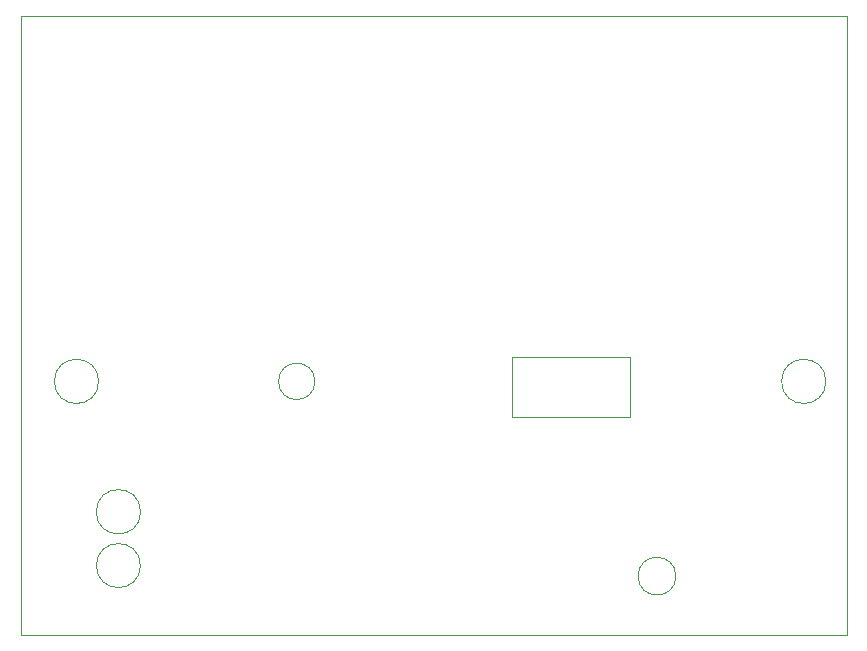
<source format=gbr>
%TF.GenerationSoftware,KiCad,Pcbnew,9.0.0*%
%TF.CreationDate,2025-06-02T14:20:24+02:00*%
%TF.ProjectId,Final_project,46696e61-6c5f-4707-926f-6a6563742e6b,rev?*%
%TF.SameCoordinates,Original*%
%TF.FileFunction,Profile,NP*%
%FSLAX46Y46*%
G04 Gerber Fmt 4.6, Leading zero omitted, Abs format (unit mm)*
G04 Created by KiCad (PCBNEW 9.0.0) date 2025-06-02 14:20:24*
%MOMM*%
%LPD*%
G01*
G04 APERTURE LIST*
%TA.AperFunction,Profile*%
%ADD10C,0.050000*%
%TD*%
G04 APERTURE END LIST*
D10*
X191350000Y-92859708D02*
G75*
G02*
X187600144Y-92859708I-1874928J0D01*
G01*
X187600144Y-92859708D02*
G75*
G02*
X191350000Y-92859708I1874928J0D01*
G01*
X123200000Y-61900000D02*
X193100000Y-61900000D01*
X193100000Y-114350000D01*
X123200000Y-114350000D01*
X123200000Y-61900000D01*
X148090292Y-92859708D02*
G75*
G02*
X145009708Y-92859708I-1540292J0D01*
G01*
X145009708Y-92859708D02*
G75*
G02*
X148090292Y-92859708I1540292J0D01*
G01*
X133328829Y-103900000D02*
G75*
G02*
X129571171Y-103900000I-1878829J0D01*
G01*
X129571171Y-103900000D02*
G75*
G02*
X133328829Y-103900000I1878829J0D01*
G01*
X129774928Y-92859708D02*
G75*
G02*
X126025072Y-92859708I-1874928J0D01*
G01*
X126025072Y-92859708D02*
G75*
G02*
X129774928Y-92859708I1874928J0D01*
G01*
X133312311Y-108452996D02*
G75*
G02*
X129587689Y-108452996I-1862311J0D01*
G01*
X129587689Y-108452996D02*
G75*
G02*
X133312311Y-108452996I1862311J0D01*
G01*
X123200000Y-114350000D02*
X123400000Y-114350000D01*
X178650000Y-109350000D02*
G75*
G02*
X175448438Y-109350000I-1600781J0D01*
G01*
X175448438Y-109350000D02*
G75*
G02*
X178650000Y-109350000I1600781J0D01*
G01*
X164750000Y-90800000D02*
X174800000Y-90800000D01*
X174800000Y-95900000D01*
X164750000Y-95900000D01*
X164750000Y-90800000D01*
M02*

</source>
